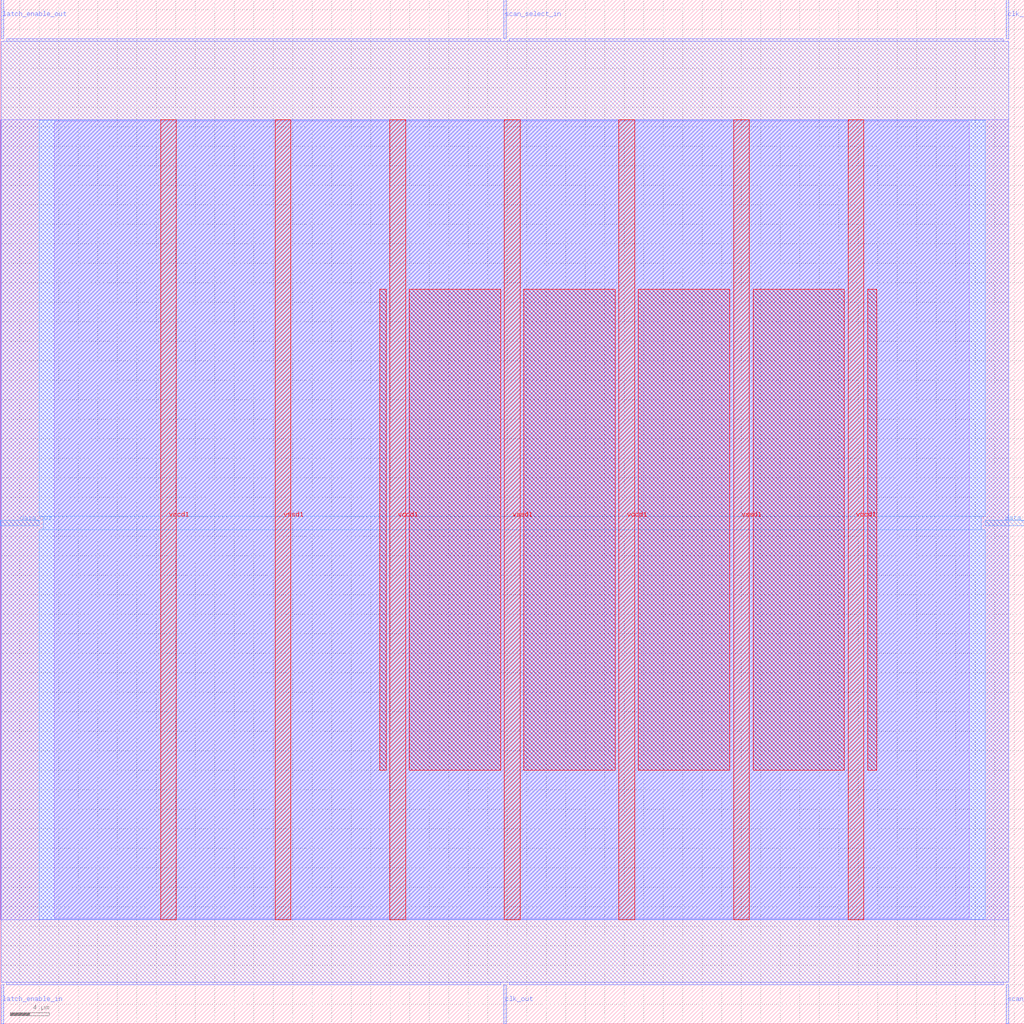
<source format=lef>
VERSION 5.7 ;
  NOWIREEXTENSIONATPIN ON ;
  DIVIDERCHAR "/" ;
  BUSBITCHARS "[]" ;
MACRO scan_wrapper_341353780122485332
  CLASS BLOCK ;
  FOREIGN scan_wrapper_341353780122485332 ;
  ORIGIN 0.000 0.000 ;
  SIZE 105.000 BY 105.000 ;
  PIN clk_in
    DIRECTION INPUT ;
    USE SIGNAL ;
    PORT
      LAYER met2 ;
        RECT 103.130 101.000 103.410 105.000 ;
    END
  END clk_in
  PIN clk_out
    DIRECTION OUTPUT TRISTATE ;
    USE SIGNAL ;
    PORT
      LAYER met2 ;
        RECT 51.610 0.000 51.890 4.000 ;
    END
  END clk_out
  PIN data_in
    DIRECTION INPUT ;
    USE SIGNAL ;
    PORT
      LAYER met3 ;
        RECT 101.000 51.040 105.000 51.640 ;
    END
  END data_in
  PIN data_out
    DIRECTION OUTPUT TRISTATE ;
    USE SIGNAL ;
    PORT
      LAYER met3 ;
        RECT 0.000 51.040 4.000 51.640 ;
    END
  END data_out
  PIN latch_enable_in
    DIRECTION INPUT ;
    USE SIGNAL ;
    PORT
      LAYER met2 ;
        RECT 0.090 0.000 0.370 4.000 ;
    END
  END latch_enable_in
  PIN latch_enable_out
    DIRECTION OUTPUT TRISTATE ;
    USE SIGNAL ;
    PORT
      LAYER met2 ;
        RECT 0.090 101.000 0.370 105.000 ;
    END
  END latch_enable_out
  PIN scan_select_in
    DIRECTION INPUT ;
    USE SIGNAL ;
    PORT
      LAYER met2 ;
        RECT 51.610 101.000 51.890 105.000 ;
    END
  END scan_select_in
  PIN scan_select_out
    DIRECTION OUTPUT TRISTATE ;
    USE SIGNAL ;
    PORT
      LAYER met2 ;
        RECT 103.130 0.000 103.410 4.000 ;
    END
  END scan_select_out
  PIN vccd1
    DIRECTION INOUT ;
    USE POWER ;
    PORT
      LAYER met4 ;
        RECT 16.465 10.640 18.065 92.720 ;
    END
    PORT
      LAYER met4 ;
        RECT 39.955 10.640 41.555 92.720 ;
    END
    PORT
      LAYER met4 ;
        RECT 63.445 10.640 65.045 92.720 ;
    END
    PORT
      LAYER met4 ;
        RECT 86.935 10.640 88.535 92.720 ;
    END
  END vccd1
  PIN vssd1
    DIRECTION INOUT ;
    USE GROUND ;
    PORT
      LAYER met4 ;
        RECT 28.210 10.640 29.810 92.720 ;
    END
    PORT
      LAYER met4 ;
        RECT 51.700 10.640 53.300 92.720 ;
    END
    PORT
      LAYER met4 ;
        RECT 75.190 10.640 76.790 92.720 ;
    END
  END vssd1
  OBS
      LAYER li1 ;
        RECT 5.520 10.795 99.360 92.565 ;
      LAYER met1 ;
        RECT 0.070 10.640 103.430 92.720 ;
      LAYER met2 ;
        RECT 0.650 100.720 51.330 101.000 ;
        RECT 52.170 100.720 102.850 101.000 ;
        RECT 0.100 4.280 103.400 100.720 ;
        RECT 0.650 4.000 51.330 4.280 ;
        RECT 52.170 4.000 102.850 4.280 ;
      LAYER met3 ;
        RECT 4.000 52.040 101.000 92.645 ;
        RECT 4.400 50.640 100.600 52.040 ;
        RECT 4.000 10.715 101.000 50.640 ;
      LAYER met4 ;
        RECT 38.935 26.015 39.555 75.305 ;
        RECT 41.955 26.015 51.300 75.305 ;
        RECT 53.700 26.015 63.045 75.305 ;
        RECT 65.445 26.015 74.790 75.305 ;
        RECT 77.190 26.015 86.535 75.305 ;
        RECT 88.935 26.015 89.865 75.305 ;
  END
END scan_wrapper_341353780122485332
END LIBRARY


</source>
